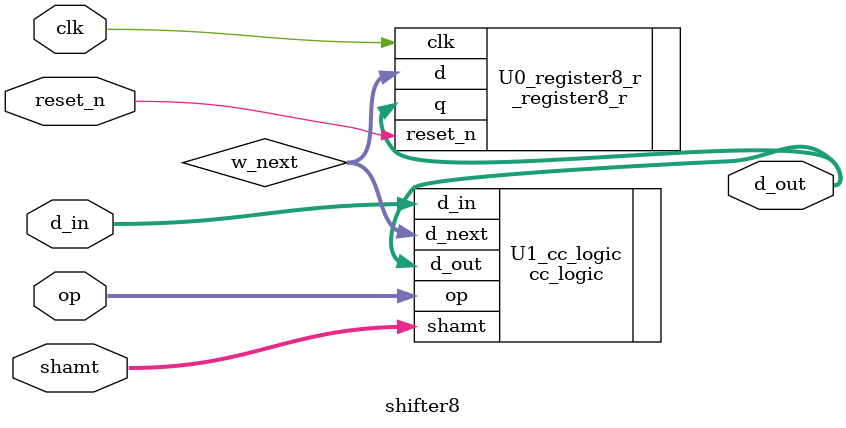
<source format=v>
module shifter8(clk, reset_n, op, shamt, d_in, d_out);
	input clk, reset_n;
	input [2:0] op;
	input [1:0] shamt;
	input [7:0] d_in;
	output [7:0] d_out;
	
	wire [7:0] w_next;
	
	// instanitate logic
	_register8_r U0_register8_r(.clk(clk), .reset_n(reset_n), .d(w_next), .q(d_out));
	
	cc_logic U1_cc_logic(.op(op), .shamt(shamt), .d_in(d_in), .d_out(d_out), .d_next(w_next));
endmodule

</source>
